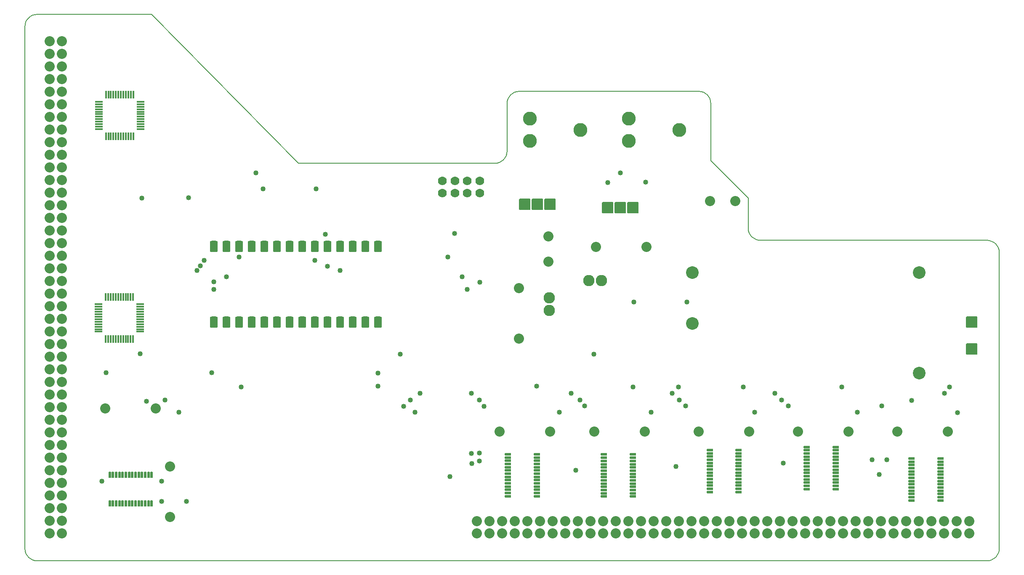
<source format=gbr>
G04 PROTEUS GERBER X2 FILE*
%TF.GenerationSoftware,Labcenter,Proteus,8.6-SP2-Build23525*%
%TF.CreationDate,2023-01-29T17:34:11+00:00*%
%TF.FileFunction,Soldermask,Top*%
%TF.FilePolarity,Negative*%
%TF.Part,Single*%
%FSLAX45Y45*%
%MOMM*%
G01*
%TA.AperFunction,Material*%
%ADD73C,1.016000*%
%TA.AperFunction,Material*%
%ADD30C,2.032000*%
%AMPPAD025*
4,1,36,
0.762000,0.838200,
0.762000,-0.838200,
0.755940,-0.900520,
0.738490,-0.958160,
0.710770,-1.009980,
0.673890,-1.054890,
0.628980,-1.091760,
0.577160,-1.119480,
0.519520,-1.136930,
0.457200,-1.143000,
-0.457200,-1.143000,
-0.519520,-1.136930,
-0.577160,-1.119480,
-0.628980,-1.091760,
-0.673890,-1.054890,
-0.710770,-1.009980,
-0.738490,-0.958160,
-0.755940,-0.900520,
-0.762000,-0.838200,
-0.762000,0.838200,
-0.755940,0.900520,
-0.738490,0.958160,
-0.710770,1.009980,
-0.673890,1.054890,
-0.628980,1.091760,
-0.577160,1.119480,
-0.519520,1.136930,
-0.457200,1.143000,
0.457200,1.143000,
0.519520,1.136930,
0.577160,1.119480,
0.628980,1.091760,
0.673890,1.054890,
0.710770,1.009980,
0.738490,0.958160,
0.755940,0.900520,
0.762000,0.838200,
0*%
%TA.AperFunction,Material*%
%ADD31PPAD025*%
%AMPPAD026*
4,1,4,
-0.774700,-0.152400,
-0.774700,0.152400,
0.774700,0.152400,
0.774700,-0.152400,
-0.774700,-0.152400,
0*%
%TA.AperFunction,Material*%
%ADD32PPAD026*%
%AMPPAD027*
4,1,4,
-0.152400,0.774700,
0.152400,0.774700,
0.152400,-0.774700,
-0.152400,-0.774700,
-0.152400,0.774700,
0*%
%ADD33PPAD027*%
%AMPPAD028*
4,1,36,
0.127000,-0.635000,
-0.127000,-0.635000,
-0.152970,-0.632470,
-0.176980,-0.625200,
-0.198580,-0.613650,
-0.217290,-0.598290,
-0.232650,-0.579570,
-0.244200,-0.557980,
-0.251470,-0.533970,
-0.254000,-0.508000,
-0.254000,0.508000,
-0.251470,0.533970,
-0.244200,0.557980,
-0.232650,0.579570,
-0.217290,0.598290,
-0.198580,0.613650,
-0.176980,0.625200,
-0.152970,0.632470,
-0.127000,0.635000,
0.127000,0.635000,
0.152970,0.632470,
0.176980,0.625200,
0.198580,0.613650,
0.217290,0.598290,
0.232650,0.579570,
0.244200,0.557980,
0.251470,0.533970,
0.254000,0.508000,
0.254000,-0.508000,
0.251470,-0.533970,
0.244200,-0.557980,
0.232650,-0.579570,
0.217290,-0.598290,
0.198580,-0.613650,
0.176980,-0.625200,
0.152970,-0.632470,
0.127000,-0.635000,
0*%
%TA.AperFunction,Material*%
%ADD34PPAD028*%
%AMPPAD029*
4,1,36,
0.635000,0.127000,
0.635000,-0.127000,
0.632470,-0.152970,
0.625200,-0.176980,
0.613650,-0.198580,
0.598290,-0.217290,
0.579570,-0.232650,
0.557980,-0.244200,
0.533970,-0.251470,
0.508000,-0.254000,
-0.508000,-0.254000,
-0.533970,-0.251470,
-0.557980,-0.244200,
-0.579570,-0.232650,
-0.598290,-0.217290,
-0.613650,-0.198580,
-0.625200,-0.176980,
-0.632470,-0.152970,
-0.635000,-0.127000,
-0.635000,0.127000,
-0.632470,0.152970,
-0.625200,0.176980,
-0.613650,0.198580,
-0.598290,0.217290,
-0.579570,0.232650,
-0.557980,0.244200,
-0.533970,0.251470,
-0.508000,0.254000,
0.508000,0.254000,
0.533970,0.251470,
0.557980,0.244200,
0.579570,0.232650,
0.598290,0.217290,
0.613650,0.198580,
0.625200,0.176980,
0.632470,0.152970,
0.635000,0.127000,
0*%
%ADD35PPAD029*%
%AMPPAD030*
4,1,36,
-1.016000,1.143000,
1.016000,1.143000,
1.041970,1.140470,
1.065980,1.133200,
1.087580,1.121650,
1.106290,1.106290,
1.121650,1.087570,
1.133200,1.065980,
1.140470,1.041970,
1.143000,1.016000,
1.143000,-1.016000,
1.140470,-1.041970,
1.133200,-1.065980,
1.121650,-1.087570,
1.106290,-1.106290,
1.087580,-1.121650,
1.065980,-1.133200,
1.041970,-1.140470,
1.016000,-1.143000,
-1.016000,-1.143000,
-1.041970,-1.140470,
-1.065980,-1.133200,
-1.087580,-1.121650,
-1.106290,-1.106290,
-1.121650,-1.087570,
-1.133200,-1.065980,
-1.140470,-1.041970,
-1.143000,-1.016000,
-1.143000,1.016000,
-1.140470,1.041970,
-1.133200,1.065980,
-1.121650,1.087570,
-1.106290,1.106290,
-1.087580,1.121650,
-1.065980,1.133200,
-1.041970,1.140470,
-1.016000,1.143000,
0*%
%TA.AperFunction,Material*%
%ADD36PPAD030*%
%TA.AperFunction,Material*%
%ADD37C,2.540000*%
%TA.AperFunction,Material*%
%ADD38C,1.778000*%
%TA.AperFunction,Material*%
%ADD39C,2.794000*%
%TA.AperFunction,Material*%
%ADD40C,2.286000*%
%TA.AperFunction,Profile*%
%ADD25C,0.203200*%
%TD.AperFunction*%
D73*
X-8000000Y-5600000D03*
X-9200000Y-5600000D03*
X+334051Y-5374918D03*
X+2350000Y-5300000D03*
X+4502224Y-5232752D03*
X+7090000Y-3970000D03*
X+8010000Y-4220000D03*
X+6289287Y-5165746D03*
X+6586585Y-5164222D03*
X+6000000Y-4210000D03*
X+4468614Y-3964455D03*
X+4336349Y-3825198D03*
X+3933258Y-4210711D03*
X+2411447Y-3962708D03*
X+2274468Y-3826024D03*
X-2201233Y-5504834D03*
X+1845451Y-4209125D03*
X-1606369Y-5187061D03*
X-1610000Y-5030000D03*
X-1762096Y-5246236D03*
X-1767421Y-5041227D03*
X-1766719Y-3825321D03*
X+697161Y-3038265D03*
X+0Y-4210000D03*
X-1608035Y-3963997D03*
X-3201490Y-3042567D03*
X-7932415Y-3960705D03*
X-2998651Y-3964088D03*
X-2901481Y-4210373D03*
X-2799066Y-3827069D03*
X-8400000Y+100000D03*
X-8300158Y-3984869D03*
X+7750000Y-3830000D03*
X+6436682Y-5464077D03*
X+6483839Y-4083882D03*
X+4608378Y-4078798D03*
X+2540000Y-4080000D03*
X-3131825Y-4086829D03*
X+2400000Y-3700000D03*
X+5679679Y-3702008D03*
X+1479095Y-3701045D03*
X-4890903Y+285445D03*
X-5959645Y+283375D03*
X-3650000Y-3420000D03*
X-453291Y-3688191D03*
X-6400000Y-3700000D03*
X-7500000Y-6000000D03*
X-8000000Y-6000000D03*
X+7850695Y-3698774D03*
X+3700000Y-3700000D03*
X-7291831Y-1353165D03*
X-4408167Y-1352577D03*
X-4704503Y-625636D03*
X-2105843Y-613904D03*
X-2239292Y-1086541D03*
X-6445023Y-1083311D03*
X-1850000Y-1740000D03*
X-6953789Y-1738863D03*
X-1956907Y-1485201D03*
X-6698474Y-1485396D03*
X-6952416Y-1588546D03*
X-1600000Y-1590000D03*
X+1503296Y-1991979D03*
X+2570000Y-1990000D03*
X+1227405Y+610000D03*
X-6103790Y+610000D03*
X-3645663Y-3688291D03*
X-6995972Y-3417083D03*
X-9121140Y-3417083D03*
X-7223176Y-1263100D03*
X-4664763Y-1267950D03*
X-7145887Y-1156873D03*
X-4920339Y-1155785D03*
X-7650000Y-4210000D03*
X-8430872Y-3036405D03*
X-7460468Y+106759D03*
X+978935Y+414852D03*
X+1733390Y+423235D03*
X-1515637Y-4089760D03*
X+237864Y-3826128D03*
X+414834Y-3967701D03*
X+507307Y-4084578D03*
D30*
X-1661252Y-6400000D03*
X-1407252Y-6400000D03*
X-1153252Y-6400000D03*
X-899252Y-6400000D03*
X-645252Y-6400000D03*
X-391252Y-6400000D03*
X-137252Y-6400000D03*
X+116748Y-6400000D03*
X+370748Y-6400000D03*
X+624748Y-6400000D03*
X+878748Y-6400000D03*
X+1132748Y-6400000D03*
X+1386748Y-6400000D03*
X+1640748Y-6400000D03*
X+1894748Y-6400000D03*
X+2148748Y-6400000D03*
X+2402748Y-6400000D03*
X+2656748Y-6400000D03*
X+2910748Y-6400000D03*
X+3164748Y-6400000D03*
X+3418748Y-6400000D03*
X+3672748Y-6400000D03*
X+3926748Y-6400000D03*
X+4180748Y-6400000D03*
X+4434748Y-6400000D03*
X+4688748Y-6400000D03*
X+4942748Y-6400000D03*
X+5196748Y-6400000D03*
X+5450748Y-6400000D03*
X+5704748Y-6400000D03*
X+5958748Y-6400000D03*
X+6212748Y-6400000D03*
X+6466748Y-6400000D03*
X+6720748Y-6400000D03*
X+6974748Y-6400000D03*
X+7228748Y-6400000D03*
X+7482748Y-6400000D03*
X+7736748Y-6400000D03*
X+7990748Y-6400000D03*
X+8244748Y-6400000D03*
X+8244748Y-6650000D03*
X+7990748Y-6650000D03*
X+7736748Y-6650000D03*
X+7482748Y-6650000D03*
X+7228748Y-6650000D03*
X+6974748Y-6650000D03*
X+6720748Y-6650000D03*
X+6466748Y-6650000D03*
X+6212748Y-6650000D03*
X+5958748Y-6650000D03*
X+5704748Y-6650000D03*
X+5450748Y-6650000D03*
X+5196748Y-6650000D03*
X+4942748Y-6650000D03*
X+4688748Y-6650000D03*
X+4434748Y-6650000D03*
X+4180748Y-6650000D03*
X+3926748Y-6650000D03*
X+3672748Y-6650000D03*
X+3418748Y-6650000D03*
X+3164748Y-6650000D03*
X+2910748Y-6650000D03*
X+2656748Y-6650000D03*
X+2402748Y-6650000D03*
X+2148748Y-6650000D03*
X+1894748Y-6650000D03*
X+1640748Y-6650000D03*
X+1386748Y-6650000D03*
X+1132748Y-6650000D03*
X+878748Y-6650000D03*
X+624748Y-6650000D03*
X+370748Y-6650000D03*
X+116748Y-6650000D03*
X-137252Y-6650000D03*
X-391252Y-6650000D03*
X-645252Y-6650000D03*
X-899252Y-6650000D03*
X-1153252Y-6650000D03*
X-1407252Y-6650000D03*
X-1661252Y-6650000D03*
X-10005252Y+3256000D03*
X-10005252Y+3002000D03*
X-10005252Y+2748000D03*
X-10005252Y+2494000D03*
X-10005252Y+2240000D03*
X-10005252Y+1986000D03*
X-10005252Y+1732000D03*
X-10005252Y+1478000D03*
X-10005252Y+1224000D03*
X-10005252Y+970000D03*
X-10005252Y+716000D03*
X-10005252Y+462000D03*
X-10005252Y+208000D03*
X-10005252Y-46000D03*
X-10005252Y-300000D03*
X-10005252Y-554000D03*
X-10005252Y-808000D03*
X-10005252Y-1062000D03*
X-10005252Y-1316000D03*
X-10005252Y-1570000D03*
X-10005252Y-1824000D03*
X-10005252Y-2078000D03*
X-10005252Y-2332000D03*
X-10005252Y-2586000D03*
X-10005252Y-2840000D03*
X-10005252Y-3094000D03*
X-10005252Y-3348000D03*
X-10005252Y-3602000D03*
X-10005252Y-3856000D03*
X-10005252Y-4110000D03*
X-10005252Y-4364000D03*
X-10005252Y-4618000D03*
X-10005252Y-4872000D03*
X-10005252Y-5126000D03*
X-10005252Y-5380000D03*
X-10005252Y-5634000D03*
X-10005252Y-5888000D03*
X-10005252Y-6142000D03*
X-10005252Y-6396000D03*
X-10005252Y-6650000D03*
X-10255252Y-6650000D03*
X-10255252Y-6396000D03*
X-10255252Y-6142000D03*
X-10255252Y-5888000D03*
X-10255252Y-5634000D03*
X-10255252Y-5380000D03*
X-10255252Y-5126000D03*
X-10255252Y-4872000D03*
X-10255252Y-4618000D03*
X-10255252Y-4364000D03*
X-10255252Y-4110000D03*
X-10255252Y-3856000D03*
X-10255252Y-3602000D03*
X-10255252Y-3348000D03*
X-10255252Y-3094000D03*
X-10255252Y-2840000D03*
X-10255252Y-2586000D03*
X-10255252Y-2332000D03*
X-10255252Y-2078000D03*
X-10255252Y-1824000D03*
X-10255252Y-1570000D03*
X-10255252Y-1316000D03*
X-10255252Y-1062000D03*
X-10255252Y-808000D03*
X-10255252Y-554000D03*
X-10255252Y-300000D03*
X-10255252Y-46000D03*
X-10255252Y+208000D03*
X-10255252Y+462000D03*
X-10255252Y+716000D03*
X-10255252Y+970000D03*
X-10255252Y+1224000D03*
X-10255252Y+1478000D03*
X-10255252Y+1732000D03*
X-10255252Y+1986000D03*
X-10255252Y+2240000D03*
X-10255252Y+2494000D03*
X-10255252Y+2748000D03*
X-10255252Y+3002000D03*
X-10255252Y+3256000D03*
D31*
X-3650000Y-870000D03*
X-3904000Y-870000D03*
X-4158000Y-870000D03*
X-4412000Y-870000D03*
X-4666000Y-870000D03*
X-4920000Y-870000D03*
X-5174000Y-870000D03*
X-5428000Y-870000D03*
X-5682000Y-870000D03*
X-5936000Y-870000D03*
X-6190000Y-870000D03*
X-6444000Y-870000D03*
X-6698000Y-870000D03*
X-6952000Y-870000D03*
X-6952000Y-2394000D03*
X-6698000Y-2394000D03*
X-6444000Y-2394000D03*
X-6190000Y-2394000D03*
X-5936000Y-2394000D03*
X-5682000Y-2394000D03*
X-5428000Y-2394000D03*
X-5174000Y-2394000D03*
X-4920000Y-2394000D03*
X-4666000Y-2394000D03*
X-4412000Y-2394000D03*
X-4158000Y-2394000D03*
X-3904000Y-2394000D03*
X-3650000Y-2394000D03*
D32*
X-9267700Y-2037140D03*
X-9267700Y-2087140D03*
X-9267700Y-2137140D03*
X-9267700Y-2187140D03*
X-9267700Y-2237140D03*
X-9267700Y-2287140D03*
X-9267700Y-2337140D03*
X-9267700Y-2387140D03*
X-9267700Y-2437140D03*
X-9267700Y-2487140D03*
X-9267700Y-2537140D03*
X-9267700Y-2587140D03*
D33*
X-9122700Y-2732140D03*
X-9072700Y-2732140D03*
X-9022700Y-2732140D03*
X-8972700Y-2732140D03*
X-8922700Y-2732140D03*
X-8872700Y-2732140D03*
X-8822700Y-2732140D03*
X-8772700Y-2732140D03*
X-8722700Y-2732140D03*
X-8672700Y-2732140D03*
X-8622700Y-2732140D03*
X-8572700Y-2732140D03*
D32*
X-8427700Y-2587140D03*
X-8427700Y-2537140D03*
X-8427700Y-2487140D03*
X-8427700Y-2437140D03*
X-8427700Y-2387140D03*
X-8427700Y-2337140D03*
X-8427700Y-2287140D03*
X-8427700Y-2237140D03*
X-8427700Y-2187140D03*
X-8427700Y-2137140D03*
X-8427700Y-2087140D03*
X-8427700Y-2037140D03*
D33*
X-8572700Y-1892140D03*
X-8622700Y-1892140D03*
X-8672700Y-1892140D03*
X-8722700Y-1892140D03*
X-8772700Y-1892140D03*
X-8822700Y-1892140D03*
X-8872700Y-1892140D03*
X-8922700Y-1892140D03*
X-8972700Y-1892140D03*
X-9022700Y-1892140D03*
X-9072700Y-1892140D03*
X-9122700Y-1892140D03*
D32*
X-9265000Y+2040000D03*
X-9265000Y+1990000D03*
X-9265000Y+1940000D03*
X-9265000Y+1890000D03*
X-9265000Y+1840000D03*
X-9265000Y+1790000D03*
X-9265000Y+1740000D03*
X-9265000Y+1690000D03*
X-9265000Y+1640000D03*
X-9265000Y+1590000D03*
X-9265000Y+1540000D03*
X-9265000Y+1490000D03*
D33*
X-9120000Y+1345000D03*
X-9070000Y+1345000D03*
X-9020000Y+1345000D03*
X-8970000Y+1345000D03*
X-8920000Y+1345000D03*
X-8870000Y+1345000D03*
X-8820000Y+1345000D03*
X-8770000Y+1345000D03*
X-8720000Y+1345000D03*
X-8670000Y+1345000D03*
X-8620000Y+1345000D03*
X-8570000Y+1345000D03*
D32*
X-8425000Y+1490000D03*
X-8425000Y+1540000D03*
X-8425000Y+1590000D03*
X-8425000Y+1640000D03*
X-8425000Y+1690000D03*
X-8425000Y+1740000D03*
X-8425000Y+1790000D03*
X-8425000Y+1840000D03*
X-8425000Y+1890000D03*
X-8425000Y+1940000D03*
X-8425000Y+1990000D03*
X-8425000Y+2040000D03*
D33*
X-8570000Y+2185000D03*
X-8620000Y+2185000D03*
X-8670000Y+2185000D03*
X-8720000Y+2185000D03*
X-8770000Y+2185000D03*
X-8820000Y+2185000D03*
X-8870000Y+2185000D03*
X-8920000Y+2185000D03*
X-8970000Y+2185000D03*
X-9020000Y+2185000D03*
X-9070000Y+2185000D03*
X-9120000Y+2185000D03*
D34*
X-8200000Y-5470000D03*
X-8265000Y-5470000D03*
X-8330000Y-5470000D03*
X-8395000Y-5470000D03*
X-8460000Y-5470000D03*
X-8525000Y-5470000D03*
X-8590000Y-5470000D03*
X-8655000Y-5470000D03*
X-8720000Y-5470000D03*
X-8785000Y-5470000D03*
X-8850000Y-5470000D03*
X-8915000Y-5470000D03*
X-8980000Y-5470000D03*
X-9045000Y-5470000D03*
X-9045000Y-6050000D03*
X-8980000Y-6050000D03*
X-8915000Y-6050000D03*
X-8850000Y-6050000D03*
X-8785000Y-6050000D03*
X-8720000Y-6050000D03*
X-8655000Y-6050000D03*
X-8590000Y-6050000D03*
X-8525000Y-6050000D03*
X-8460000Y-6050000D03*
X-8395000Y-6050000D03*
X-8330000Y-6050000D03*
X-8265000Y-6050000D03*
X-8200000Y-6050000D03*
D35*
X-1030000Y-5055000D03*
X-1030000Y-5120000D03*
X-1030000Y-5185000D03*
X-1030000Y-5250000D03*
X-1030000Y-5315000D03*
X-1030000Y-5380000D03*
X-1030000Y-5445000D03*
X-1030000Y-5510000D03*
X-1030000Y-5575000D03*
X-1030000Y-5640000D03*
X-1030000Y-5705000D03*
X-1030000Y-5770000D03*
X-1030000Y-5835000D03*
X-1030000Y-5900000D03*
X-450000Y-5900000D03*
X-450000Y-5835000D03*
X-450000Y-5770000D03*
X-450000Y-5705000D03*
X-450000Y-5640000D03*
X-450000Y-5575000D03*
X-450000Y-5510000D03*
X-450000Y-5445000D03*
X-450000Y-5380000D03*
X-450000Y-5315000D03*
X-450000Y-5250000D03*
X-450000Y-5185000D03*
X-450000Y-5120000D03*
X-450000Y-5055000D03*
X+900000Y-5060000D03*
X+900000Y-5125000D03*
X+900000Y-5190000D03*
X+900000Y-5255000D03*
X+900000Y-5320000D03*
X+900000Y-5385000D03*
X+900000Y-5450000D03*
X+900000Y-5515000D03*
X+900000Y-5580000D03*
X+900000Y-5645000D03*
X+900000Y-5710000D03*
X+900000Y-5775000D03*
X+900000Y-5840000D03*
X+900000Y-5905000D03*
X+1480000Y-5905000D03*
X+1480000Y-5840000D03*
X+1480000Y-5775000D03*
X+1480000Y-5710000D03*
X+1480000Y-5645000D03*
X+1480000Y-5580000D03*
X+1480000Y-5515000D03*
X+1480000Y-5450000D03*
X+1480000Y-5385000D03*
X+1480000Y-5320000D03*
X+1480000Y-5255000D03*
X+1480000Y-5190000D03*
X+1480000Y-5125000D03*
X+1480000Y-5060000D03*
X+3030000Y-4970000D03*
X+3030000Y-5035000D03*
X+3030000Y-5100000D03*
X+3030000Y-5165000D03*
X+3030000Y-5230000D03*
X+3030000Y-5295000D03*
X+3030000Y-5360000D03*
X+3030000Y-5425000D03*
X+3030000Y-5490000D03*
X+3030000Y-5555000D03*
X+3030000Y-5620000D03*
X+3030000Y-5685000D03*
X+3030000Y-5750000D03*
X+3030000Y-5815000D03*
X+3610000Y-5815000D03*
X+3610000Y-5750000D03*
X+3610000Y-5685000D03*
X+3610000Y-5620000D03*
X+3610000Y-5555000D03*
X+3610000Y-5490000D03*
X+3610000Y-5425000D03*
X+3610000Y-5360000D03*
X+3610000Y-5295000D03*
X+3610000Y-5230000D03*
X+3610000Y-5165000D03*
X+3610000Y-5100000D03*
X+3610000Y-5035000D03*
X+3610000Y-4970000D03*
X+4980000Y-4910000D03*
X+4980000Y-4975000D03*
X+4980000Y-5040000D03*
X+4980000Y-5105000D03*
X+4980000Y-5170000D03*
X+4980000Y-5235000D03*
X+4980000Y-5300000D03*
X+4980000Y-5365000D03*
X+4980000Y-5430000D03*
X+4980000Y-5495000D03*
X+4980000Y-5560000D03*
X+4980000Y-5625000D03*
X+4980000Y-5690000D03*
X+4980000Y-5755000D03*
X+5560000Y-5755000D03*
X+5560000Y-5690000D03*
X+5560000Y-5625000D03*
X+5560000Y-5560000D03*
X+5560000Y-5495000D03*
X+5560000Y-5430000D03*
X+5560000Y-5365000D03*
X+5560000Y-5300000D03*
X+5560000Y-5235000D03*
X+5560000Y-5170000D03*
X+5560000Y-5105000D03*
X+5560000Y-5040000D03*
X+5560000Y-4975000D03*
X+5560000Y-4910000D03*
X+7090000Y-5140000D03*
X+7090000Y-5205000D03*
X+7090000Y-5270000D03*
X+7090000Y-5335000D03*
X+7090000Y-5400000D03*
X+7090000Y-5465000D03*
X+7090000Y-5530000D03*
X+7090000Y-5595000D03*
X+7090000Y-5660000D03*
X+7090000Y-5725000D03*
X+7090000Y-5790000D03*
X+7090000Y-5855000D03*
X+7090000Y-5920000D03*
X+7090000Y-5985000D03*
X+7670000Y-5985000D03*
X+7670000Y-5920000D03*
X+7670000Y-5855000D03*
X+7670000Y-5790000D03*
X+7670000Y-5725000D03*
X+7670000Y-5660000D03*
X+7670000Y-5595000D03*
X+7670000Y-5530000D03*
X+7670000Y-5465000D03*
X+7670000Y-5400000D03*
X+7670000Y-5335000D03*
X+7670000Y-5270000D03*
X+7670000Y-5205000D03*
X+7670000Y-5140000D03*
D30*
X-9130000Y-4130000D03*
X-8114000Y-4130000D03*
X-7830000Y-5298384D03*
X-7830000Y-6314384D03*
X-1200000Y-4600000D03*
X-184000Y-4600000D03*
X+700000Y-4600000D03*
X+1716000Y-4600000D03*
X+2800000Y-4600000D03*
X+3816000Y-4600000D03*
X+4800000Y-4600000D03*
X+5816000Y-4600000D03*
X+6800000Y-4600000D03*
X+7816000Y-4600000D03*
D36*
X-694000Y-30000D03*
X-440000Y-30000D03*
X-186000Y-30000D03*
X+975346Y-93346D03*
X+1229346Y-93346D03*
X+1483346Y-93346D03*
D30*
X-810654Y-2723346D03*
X-810654Y-1707346D03*
D36*
X+8300000Y-2400000D03*
X+8300000Y-2938265D03*
D37*
X+7240000Y-1400000D03*
X+7240000Y-3420000D03*
X+2680000Y-1400000D03*
X+2680000Y-2420000D03*
D38*
X-1600000Y+200000D03*
X-1850000Y+200000D03*
X-2100000Y+200000D03*
X-2350000Y+200000D03*
X-2100000Y+450000D03*
X-1850000Y+450000D03*
X-1600000Y+450000D03*
X-2350000Y+450000D03*
D39*
X-590000Y+1252000D03*
X-590000Y+1700000D03*
X+422000Y+1476000D03*
D30*
X+3030000Y+40000D03*
X+3538000Y+40000D03*
X-220000Y-670000D03*
X-220000Y-1178000D03*
X+1756000Y-880000D03*
X+740000Y-880000D03*
D40*
X-200000Y-2160000D03*
X-200000Y-1906000D03*
X+844000Y-1560000D03*
X+590000Y-1560000D03*
D39*
X+1400000Y+1252000D03*
X+1400000Y+1700000D03*
X+2412000Y+1476000D03*
D25*
X-10500000Y-7200000D02*
X-10551117Y-7195026D01*
X-10598389Y-7180713D01*
X-10640900Y-7157977D01*
X-10677734Y-7127734D01*
X-10707977Y-7090900D01*
X-10730713Y-7048389D01*
X-10745026Y-7001117D01*
X-10750000Y-6950000D01*
X-10750000Y+3550000D02*
X-10745026Y+3601117D01*
X-10730713Y+3648389D01*
X-10707977Y+3690900D01*
X-10677734Y+3727734D01*
X-10640900Y+3757977D01*
X-10598389Y+3780713D01*
X-10551117Y+3795026D01*
X-10500000Y+3800000D01*
X-5250000Y+800000D02*
X-8200000Y+3800000D01*
X+3800000Y+100000D02*
X+3050000Y+850000D01*
X-1300000Y+800000D02*
X-1248883Y+804974D01*
X-1201611Y+819287D01*
X-1159100Y+842023D01*
X-1122266Y+872266D01*
X-1092023Y+909100D01*
X-1069287Y+951611D01*
X-1054974Y+998883D01*
X-1050000Y+1050000D01*
X-1050000Y+2000000D02*
X-1045026Y+2051117D01*
X-1030713Y+2098389D01*
X-1007977Y+2140900D01*
X-977734Y+2177734D01*
X-940900Y+2207977D01*
X-898389Y+2230713D01*
X-851117Y+2245026D01*
X-800000Y+2250000D01*
X+2800000Y+2250000D02*
X+2851117Y+2245026D01*
X+2898389Y+2230713D01*
X+2940900Y+2207977D01*
X+2977734Y+2177734D01*
X+3007977Y+2140900D01*
X+3030713Y+2098389D01*
X+3045026Y+2051117D01*
X+3050000Y+2000000D01*
X+4050000Y-750000D02*
X+3998883Y-745026D01*
X+3951611Y-730713D01*
X+3909100Y-707977D01*
X+3872266Y-677734D01*
X+3842023Y-640900D01*
X+3819287Y-598389D01*
X+3804974Y-551117D01*
X+3800000Y-500000D01*
X+8600000Y-750000D02*
X+8651117Y-754974D01*
X+8698389Y-769287D01*
X+8740900Y-792023D01*
X+8777734Y-822266D01*
X+8807977Y-859100D01*
X+8830713Y-901611D01*
X+8845026Y-948883D01*
X+8850000Y-1000000D01*
X+8600000Y-7200000D02*
X+8651117Y-7195026D01*
X+8698389Y-7180713D01*
X+8740900Y-7157977D01*
X+8777734Y-7127734D01*
X+8807977Y-7090900D01*
X+8830713Y-7048389D01*
X+8845026Y-7001117D01*
X+8850000Y-6950000D01*
X-800000Y+2250000D02*
X+2800000Y+2250000D01*
X-1050000Y+2000000D02*
X-1050000Y+1050000D01*
X-1300000Y+800000D02*
X-5250000Y+800000D01*
X+3050000Y+850000D02*
X+3050000Y+2000000D01*
X+3800000Y-500000D02*
X+3800000Y+100000D01*
X+4050000Y-750000D02*
X+8600000Y-750000D01*
X+8850000Y-6950000D02*
X+8850000Y-1000000D01*
X+8600000Y-7200000D02*
X-10500000Y-7200000D01*
X-10750000Y-6950000D02*
X-10750000Y+3550000D01*
X-10500000Y+3800000D02*
X-8200000Y+3800000D01*
M02*

</source>
